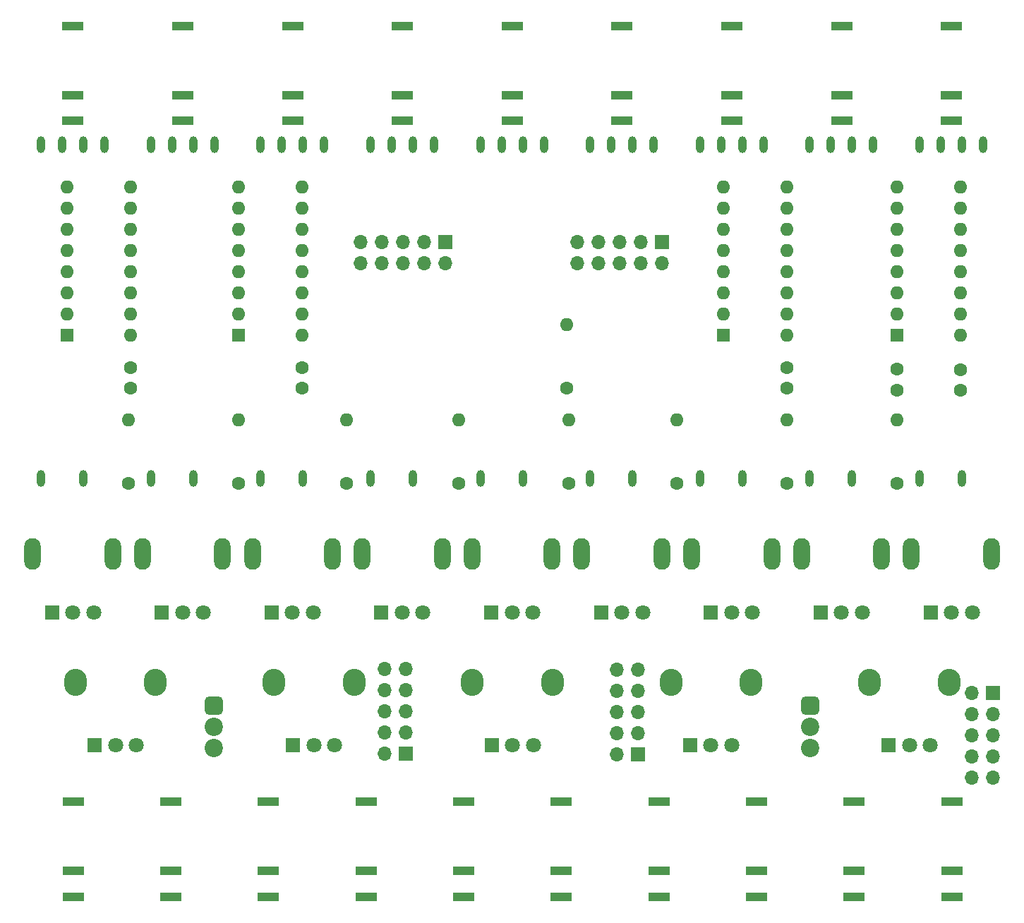
<source format=gbr>
G04 #@! TF.GenerationSoftware,KiCad,Pcbnew,8.0.5*
G04 #@! TF.CreationDate,2025-04-20T22:26:55-07:00*
G04 #@! TF.ProjectId,Tap-O-Matic,5461702d-4f2d-44d6-9174-69632e6b6963,rev?*
G04 #@! TF.SameCoordinates,Original*
G04 #@! TF.FileFunction,Soldermask,Bot*
G04 #@! TF.FilePolarity,Negative*
%FSLAX46Y46*%
G04 Gerber Fmt 4.6, Leading zero omitted, Abs format (unit mm)*
G04 Created by KiCad (PCBNEW 8.0.5) date 2025-04-20 22:26:55*
%MOMM*%
%LPD*%
G01*
G04 APERTURE LIST*
G04 Aperture macros list*
%AMRoundRect*
0 Rectangle with rounded corners*
0 $1 Rounding radius*
0 $2 $3 $4 $5 $6 $7 $8 $9 X,Y pos of 4 corners*
0 Add a 4 corners polygon primitive as box body*
4,1,4,$2,$3,$4,$5,$6,$7,$8,$9,$2,$3,0*
0 Add four circle primitives for the rounded corners*
1,1,$1+$1,$2,$3*
1,1,$1+$1,$4,$5*
1,1,$1+$1,$6,$7*
1,1,$1+$1,$8,$9*
0 Add four rect primitives between the rounded corners*
20,1,$1+$1,$2,$3,$4,$5,0*
20,1,$1+$1,$4,$5,$6,$7,0*
20,1,$1+$1,$6,$7,$8,$9,0*
20,1,$1+$1,$8,$9,$2,$3,0*%
G04 Aperture macros list end*
%ADD10R,2.500000X1.000000*%
%ADD11C,1.600000*%
%ADD12O,1.600000X1.600000*%
%ADD13O,1.000000X2.000000*%
%ADD14O,2.720000X3.240000*%
%ADD15R,1.800000X1.800000*%
%ADD16C,1.800000*%
%ADD17O,2.000000X3.800000*%
%ADD18RoundRect,0.550000X0.550000X0.550000X-0.550000X0.550000X-0.550000X-0.550000X0.550000X-0.550000X0*%
%ADD19C,2.200000*%
%ADD20R,1.600000X1.600000*%
%ADD21R,1.700000X1.700000*%
%ADD22O,1.700000X1.700000*%
G04 APERTURE END LIST*
D10*
G04 #@! TO.C,J1*
X7594600Y94612000D03*
X7594600Y97712000D03*
X7594600Y106012000D03*
G04 #@! TD*
G04 #@! TO.C,J2*
X20770850Y94612000D03*
X20770850Y97712000D03*
X20770850Y106012000D03*
G04 #@! TD*
G04 #@! TO.C,J3*
X33947100Y94612000D03*
X33947100Y97712000D03*
X33947100Y106012000D03*
G04 #@! TD*
G04 #@! TO.C,J4*
X47123350Y94612000D03*
X47123350Y97712000D03*
X47123350Y106012000D03*
G04 #@! TD*
G04 #@! TO.C,J5*
X60299600Y94612000D03*
X60299600Y97712000D03*
X60299600Y106012000D03*
G04 #@! TD*
G04 #@! TO.C,J6*
X73475850Y94612000D03*
X73475850Y97712000D03*
X73475850Y106012000D03*
G04 #@! TD*
G04 #@! TO.C,J7*
X86652100Y94612000D03*
X86652100Y97712000D03*
X86652100Y106012000D03*
G04 #@! TD*
G04 #@! TO.C,J8*
X99828350Y94612000D03*
X99828350Y97712000D03*
X99828350Y106012000D03*
G04 #@! TD*
G04 #@! TO.C,J9*
X113004600Y94612000D03*
X113004600Y97712000D03*
X113004600Y106012000D03*
G04 #@! TD*
G04 #@! TO.C,CLOCK1*
X42756666Y1521000D03*
X42756666Y4621000D03*
X42756666Y12921000D03*
G04 #@! TD*
G04 #@! TO.C,SPREAD1*
X31044444Y1521000D03*
X31044444Y4621000D03*
X31044444Y12921000D03*
G04 #@! TD*
G04 #@! TO.C,TIME1*
X54468888Y1521000D03*
X54468888Y4621000D03*
X54468888Y12921000D03*
G04 #@! TD*
G04 #@! TO.C,FB1*
X66181110Y1521000D03*
X66181110Y4621000D03*
X66181110Y12921000D03*
G04 #@! TD*
G04 #@! TO.C,HPF1*
X77893332Y1521000D03*
X77893332Y4621000D03*
X77893332Y12921000D03*
G04 #@! TD*
G04 #@! TO.C,LPF1*
X89605554Y1521000D03*
X89605554Y4621000D03*
X89605554Y12921000D03*
G04 #@! TD*
G04 #@! TO.C,IN_L1*
X7620000Y1521000D03*
X7620000Y4621000D03*
X7620000Y12921000D03*
G04 #@! TD*
G04 #@! TO.C,IN_R1*
X19332222Y1521000D03*
X19332222Y4621000D03*
X19332222Y12921000D03*
G04 #@! TD*
G04 #@! TO.C,OUT_L1*
X101317776Y1521000D03*
X101317776Y4621000D03*
X101317776Y12921000D03*
G04 #@! TD*
G04 #@! TO.C,OUT_R1*
X113030000Y1521000D03*
X113030000Y4621000D03*
X113030000Y12921000D03*
G04 #@! TD*
D11*
G04 #@! TO.C,R10*
X14224000Y51104800D03*
D12*
X14224000Y58724800D03*
G04 #@! TD*
D11*
G04 #@! TO.C,R11*
X27432000Y51104800D03*
D12*
X27432000Y58724800D03*
G04 #@! TD*
D11*
G04 #@! TO.C,R12*
X40386000Y51104800D03*
D12*
X40386000Y58724800D03*
G04 #@! TD*
D11*
G04 #@! TO.C,R13*
X53848000Y51104800D03*
D12*
X53848000Y58724800D03*
G04 #@! TD*
D11*
G04 #@! TO.C,R14*
X67056000Y51104800D03*
D12*
X67056000Y58724800D03*
G04 #@! TD*
D11*
G04 #@! TO.C,R15*
X66802000Y62534800D03*
D12*
X66802000Y70154800D03*
G04 #@! TD*
D11*
G04 #@! TO.C,R16*
X80010000Y51104800D03*
D12*
X80010000Y58724800D03*
G04 #@! TD*
D11*
G04 #@! TO.C,R17*
X93218000Y51104800D03*
D12*
X93218000Y58724800D03*
G04 #@! TD*
D11*
G04 #@! TO.C,R18*
X106426000Y51104800D03*
D12*
X106426000Y58724800D03*
G04 #@! TD*
D13*
G04 #@! TO.C,R2*
X22015450Y91744800D03*
X24555450Y91744800D03*
X22015450Y51744800D03*
X16935450Y51744800D03*
X16935450Y91744800D03*
X19475450Y91744800D03*
G04 #@! TD*
G04 #@! TO.C,R3*
X35191700Y91744800D03*
X37731700Y91744800D03*
X35191700Y51744800D03*
X30111700Y51744800D03*
X30111700Y91744800D03*
X32651700Y91744800D03*
G04 #@! TD*
G04 #@! TO.C,R4*
X48367950Y91744800D03*
X50907950Y91744800D03*
X48367950Y51744800D03*
X43287950Y51744800D03*
X43287950Y91744800D03*
X45827950Y91744800D03*
G04 #@! TD*
G04 #@! TO.C,R5*
X61544200Y91744800D03*
X64084200Y91744800D03*
X61544200Y51744800D03*
X56464200Y51744800D03*
X56464200Y91744800D03*
X59004200Y91744800D03*
G04 #@! TD*
G04 #@! TO.C,R8*
X101072950Y91744800D03*
X103612950Y91744800D03*
X101072950Y51744800D03*
X95992950Y51744800D03*
X95992950Y91744800D03*
X98532950Y91744800D03*
G04 #@! TD*
G04 #@! TO.C,R9*
X114249200Y91744800D03*
X116789200Y91744800D03*
X114249200Y51744800D03*
X109169200Y51744800D03*
X109169200Y91744800D03*
X111709200Y91744800D03*
G04 #@! TD*
D14*
G04 #@! TO.C,RTIME1*
X7900640Y27253580D03*
X17500640Y27253580D03*
D15*
X10200640Y19753580D03*
D16*
X12700640Y19753580D03*
X15200640Y19753580D03*
G04 #@! TD*
D14*
G04 #@! TO.C,RFB1*
X55525640Y27253580D03*
X65125640Y27253580D03*
D15*
X57825640Y19753580D03*
D16*
X60325640Y19753580D03*
X62825640Y19753580D03*
G04 #@! TD*
D14*
G04 #@! TO.C,RHPF1*
X79338140Y27253580D03*
X88938140Y27253580D03*
D15*
X81638140Y19753580D03*
D16*
X84138140Y19753580D03*
X86638140Y19753580D03*
G04 #@! TD*
D14*
G04 #@! TO.C,RLPF1*
X103150640Y27253580D03*
X112750640Y27253580D03*
D15*
X105450640Y19753580D03*
D16*
X107950640Y19753580D03*
X110450640Y19753580D03*
G04 #@! TD*
D17*
G04 #@! TO.C,RV6*
X2769840Y42627180D03*
X12369840Y42627180D03*
D15*
X5069200Y35627800D03*
D16*
X7569200Y35627800D03*
X10069200Y35627800D03*
G04 #@! TD*
D17*
G04 #@! TO.C,RV8*
X29122340Y42627180D03*
X38722340Y42627180D03*
D15*
X31421700Y35627800D03*
D16*
X33921700Y35627800D03*
X36421700Y35627800D03*
G04 #@! TD*
D17*
G04 #@! TO.C,RV9*
X42298590Y42627180D03*
X51898590Y42627180D03*
D15*
X44597950Y35627800D03*
D16*
X47097950Y35627800D03*
X49597950Y35627800D03*
G04 #@! TD*
D17*
G04 #@! TO.C,RV10*
X55474840Y42627180D03*
X65074840Y42627180D03*
D15*
X57774200Y35627800D03*
D16*
X60274200Y35627800D03*
X62774200Y35627800D03*
G04 #@! TD*
D17*
G04 #@! TO.C,RV11*
X68651090Y42627180D03*
X78251090Y42627180D03*
D15*
X70950450Y35627800D03*
D16*
X73450450Y35627800D03*
X75950450Y35627800D03*
G04 #@! TD*
D17*
G04 #@! TO.C,RV12*
X81827340Y42627180D03*
X91427340Y42627180D03*
D15*
X84126700Y35627800D03*
D16*
X86626700Y35627800D03*
X89126700Y35627800D03*
G04 #@! TD*
D17*
G04 #@! TO.C,RV13*
X95003590Y42627180D03*
X104603590Y42627180D03*
D15*
X97302950Y35627800D03*
D16*
X99802950Y35627800D03*
X102302950Y35627800D03*
G04 #@! TD*
D17*
G04 #@! TO.C,RV14*
X108179840Y42627180D03*
X117779840Y42627180D03*
D15*
X110479200Y35627800D03*
D16*
X112979200Y35627800D03*
X115479200Y35627800D03*
G04 #@! TD*
D14*
G04 #@! TO.C,RSPREAD1*
X31713140Y27253580D03*
X41313140Y27253580D03*
D15*
X34013140Y19753580D03*
D16*
X36513140Y19753580D03*
X39013140Y19753580D03*
G04 #@! TD*
D13*
G04 #@! TO.C,R1*
X8839200Y91744800D03*
X11379200Y91744800D03*
X8839200Y51744800D03*
X3759200Y51744800D03*
X3759200Y91744800D03*
X6299200Y91744800D03*
G04 #@! TD*
D18*
G04 #@! TO.C,SW1*
X24485600Y24434800D03*
D19*
X24485600Y21894800D03*
X24485600Y19354800D03*
G04 #@! TD*
D18*
G04 #@! TO.C,SW2*
X96018990Y24434800D03*
D19*
X96018990Y21894800D03*
X96018990Y19354800D03*
G04 #@! TD*
D17*
G04 #@! TO.C,RV7*
X15946090Y42627180D03*
X25546090Y42627180D03*
D15*
X18245450Y35627800D03*
D16*
X20745450Y35627800D03*
X23245450Y35627800D03*
G04 #@! TD*
D13*
G04 #@! TO.C,R7*
X87896700Y91744800D03*
X90436700Y91744800D03*
X87896700Y51744800D03*
X82816700Y51744800D03*
X82816700Y91744800D03*
X85356700Y91744800D03*
G04 #@! TD*
G04 #@! TO.C,R6*
X74720450Y91744800D03*
X77260450Y91744800D03*
X74720450Y51744800D03*
X69640450Y51744800D03*
X69640450Y91744800D03*
X72180450Y91744800D03*
G04 #@! TD*
D11*
G04 #@! TO.C,C1*
X93218000Y62534800D03*
X93218000Y65034800D03*
G04 #@! TD*
G04 #@! TO.C,C2*
X35052000Y62534800D03*
X35052000Y65034800D03*
G04 #@! TD*
G04 #@! TO.C,C3*
X14478000Y62534800D03*
X14478000Y65034800D03*
G04 #@! TD*
D20*
G04 #@! TO.C,U3*
X85598000Y68884800D03*
D12*
X85598000Y71424800D03*
X85598000Y73964800D03*
X85598000Y76504800D03*
X85598000Y79044800D03*
X85598000Y81584800D03*
X85598000Y84124800D03*
X85598000Y86664800D03*
X93218000Y86664800D03*
X93218000Y84124800D03*
X93218000Y81584800D03*
X93218000Y79044800D03*
X93218000Y76504800D03*
X93218000Y73964800D03*
X93218000Y71424800D03*
X93218000Y68884800D03*
G04 #@! TD*
D20*
G04 #@! TO.C,U4*
X6858000Y68884800D03*
D12*
X6858000Y71424800D03*
X6858000Y73964800D03*
X6858000Y76504800D03*
X6858000Y79044800D03*
X6858000Y81584800D03*
X6858000Y84124800D03*
X6858000Y86664800D03*
X14478000Y86664800D03*
X14478000Y84124800D03*
X14478000Y81584800D03*
X14478000Y79044800D03*
X14478000Y76504800D03*
X14478000Y73964800D03*
X14478000Y71424800D03*
X14478000Y68884800D03*
G04 #@! TD*
D20*
G04 #@! TO.C,U5*
X106426000Y68884800D03*
D12*
X106426000Y71424800D03*
X106426000Y73964800D03*
X106426000Y76504800D03*
X106426000Y79044800D03*
X106426000Y81584800D03*
X106426000Y84124800D03*
X106426000Y86664800D03*
X114046000Y86664800D03*
X114046000Y84124800D03*
X114046000Y81584800D03*
X114046000Y79044800D03*
X114046000Y76504800D03*
X114046000Y73964800D03*
X114046000Y71424800D03*
X114046000Y68884800D03*
G04 #@! TD*
D20*
G04 #@! TO.C,U2*
X27432000Y68884800D03*
D12*
X27432000Y71424800D03*
X27432000Y73964800D03*
X27432000Y76504800D03*
X27432000Y79044800D03*
X27432000Y81584800D03*
X27432000Y84124800D03*
X27432000Y86664800D03*
X35052000Y86664800D03*
X35052000Y84124800D03*
X35052000Y81584800D03*
X35052000Y79044800D03*
X35052000Y76504800D03*
X35052000Y73964800D03*
X35052000Y71424800D03*
X35052000Y68884800D03*
G04 #@! TD*
D11*
G04 #@! TO.C,C5*
X106426000Y64820800D03*
X106426000Y62320800D03*
G04 #@! TD*
G04 #@! TO.C,C4*
X114046000Y62280800D03*
X114046000Y64780800D03*
G04 #@! TD*
D21*
G04 #@! TO.C,J16*
X117935424Y26011977D03*
D22*
X115395424Y26011977D03*
X117935424Y23471977D03*
X115395424Y23471977D03*
X117935424Y20931977D03*
X115395424Y20931977D03*
X117935424Y18391977D03*
X115395424Y18391977D03*
X117935424Y15851977D03*
X115395424Y15851977D03*
G04 #@! TD*
D21*
G04 #@! TO.C,U1*
X75410000Y18594800D03*
D22*
X75410000Y21134800D03*
X75410000Y23674800D03*
X75410000Y26214800D03*
X75410000Y28754800D03*
X72870000Y28754800D03*
X72870000Y26214800D03*
X72870000Y23674800D03*
X72870000Y21134800D03*
X72870000Y18594800D03*
D21*
X78257400Y80052800D03*
D22*
X75717400Y80052800D03*
X73177400Y80052800D03*
X70637400Y80052800D03*
X68097400Y80052800D03*
X68097400Y77512800D03*
X70637400Y77512800D03*
X73177400Y77512800D03*
X75717400Y77512800D03*
X78257400Y77512800D03*
D21*
X52260800Y80050000D03*
D22*
X49720800Y80050000D03*
X47180800Y80050000D03*
X44640800Y80050000D03*
X42100800Y80050000D03*
X42100800Y77510000D03*
X44640800Y77510000D03*
X47180800Y77510000D03*
X49720800Y77510000D03*
X52260800Y77510000D03*
D21*
X47523400Y18669000D03*
D22*
X47523400Y21209000D03*
X47523400Y23749000D03*
X47523400Y26289000D03*
X47523400Y28829000D03*
X44983400Y28829000D03*
X44983400Y26289000D03*
X44983400Y23749000D03*
X44983400Y21209000D03*
X44983400Y18669000D03*
G04 #@! TD*
M02*

</source>
